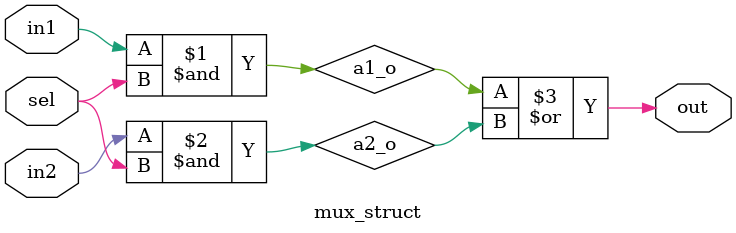
<source format=v>
 
module mux_struct(out, in1,in2,sel );  //you list all inputs and outputs, by convention outputs go first
output out;                          // this tells the compile which lines are inputs and outputs 
input in1,in2,sel;

and a1 (a1_o,in1,sel);         // defines the a1 gate, see figure
not n1 (inv_sel,sel);         // defines the inverter gate, see figure
and a2 (a2_o,in2,sel);         // defines the a2 gate, see figure
or  o1 (out, a1_o, a2_o);         // defines the 01 gate, see figure

endmodule

</source>
